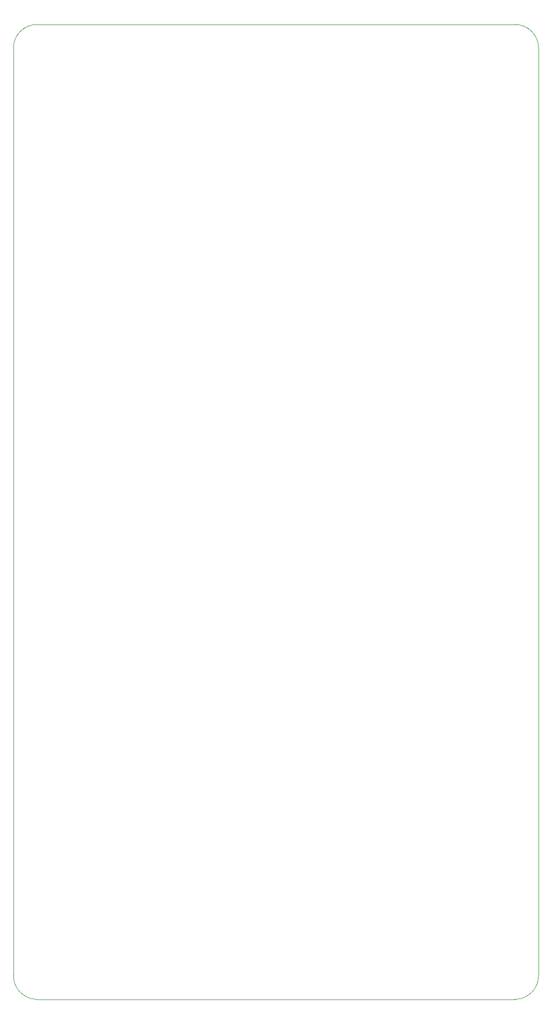
<source format=gm1>
G04 #@! TF.GenerationSoftware,KiCad,Pcbnew,9.0.1*
G04 #@! TF.CreationDate,2025-06-03T01:03:25-04:00*
G04 #@! TF.ProjectId,nerdqaxe++,6e657264-7161-4786-952b-2b2e6b696361,rev?*
G04 #@! TF.SameCoordinates,Original*
G04 #@! TF.FileFunction,Profile,NP*
%FSLAX46Y46*%
G04 Gerber Fmt 4.6, Leading zero omitted, Abs format (unit mm)*
G04 Created by KiCad (PCBNEW 9.0.1) date 2025-06-03 01:03:25*
%MOMM*%
%LPD*%
G01*
G04 APERTURE LIST*
G04 #@! TA.AperFunction,Profile*
%ADD10C,0.100000*%
G04 #@! TD*
G04 APERTURE END LIST*
D10*
X140000000Y-185000000D02*
X140000000Y-28000000D01*
X136000000Y-24000000D02*
X55000000Y-24000000D01*
X55000000Y-189000000D02*
G75*
G02*
X51000000Y-185000000I0J4000000D01*
G01*
X136000000Y-24000000D02*
G75*
G02*
X140000000Y-28000000I0J-4000000D01*
G01*
X51000000Y-28000000D02*
G75*
G02*
X55000000Y-24000000I4000000J0D01*
G01*
X140000000Y-185000000D02*
G75*
G02*
X136000000Y-189000000I-4000000J0D01*
G01*
X55000000Y-189000000D02*
X136000000Y-189000000D01*
X51000000Y-28000000D02*
X51000000Y-185000000D01*
M02*

</source>
